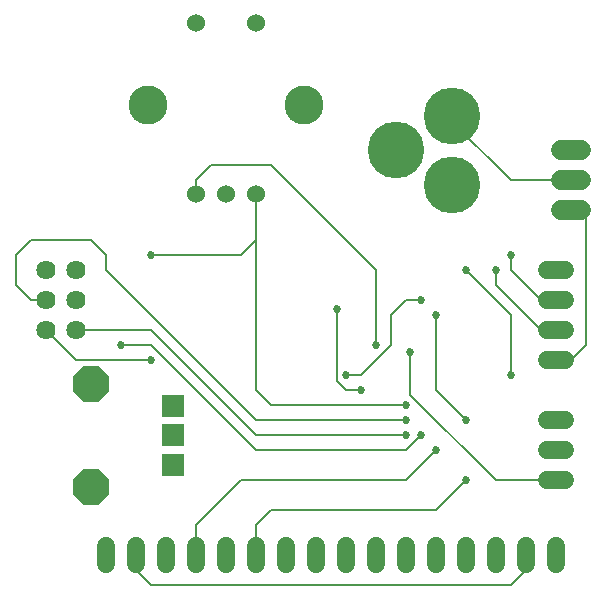
<source format=gbl>
G04 EAGLE Gerber RS-274X export*
G75*
%MOMM*%
%FSLAX34Y34*%
%LPD*%
%INBottom Copper*%
%IPPOS*%
%AMOC8*
5,1,8,0,0,1.08239X$1,22.5*%
G01*
%ADD10C,4.800000*%
%ADD11C,1.524000*%
%ADD12C,1.676400*%
%ADD13C,1.625600*%
%ADD14C,1.524000*%
%ADD15C,3.302000*%
%ADD16R,1.879600X1.879600*%
%ADD17P,3.247170X8X22.500000*%
%ADD18C,0.685800*%
%ADD19C,0.203200*%


D10*
X436600Y381600D03*
X483600Y351600D03*
X483600Y410600D03*
D11*
X563880Y203200D02*
X579120Y203200D01*
X579120Y228600D02*
X563880Y228600D01*
X563880Y254000D02*
X579120Y254000D01*
X579120Y279400D02*
X563880Y279400D01*
D12*
X575818Y381000D02*
X592582Y381000D01*
X592582Y355600D02*
X575818Y355600D01*
X575818Y330200D02*
X592582Y330200D01*
D13*
X139700Y254000D03*
X165100Y254000D03*
X165100Y279400D03*
X139700Y279400D03*
X139700Y228600D03*
X165100Y228600D03*
D11*
X190500Y45720D02*
X190500Y30480D01*
X215900Y30480D02*
X215900Y45720D01*
X241300Y45720D02*
X241300Y30480D01*
X266700Y30480D02*
X266700Y45720D01*
X292100Y45720D02*
X292100Y30480D01*
X317500Y30480D02*
X317500Y45720D01*
X342900Y45720D02*
X342900Y30480D01*
X368300Y30480D02*
X368300Y45720D01*
X393700Y45720D02*
X393700Y30480D01*
X419100Y30480D02*
X419100Y45720D01*
X444500Y45720D02*
X444500Y30480D01*
X469900Y30480D02*
X469900Y45720D01*
X495300Y45720D02*
X495300Y30480D01*
X520700Y30480D02*
X520700Y45720D01*
X546100Y45720D02*
X546100Y30480D01*
X571500Y30480D02*
X571500Y45720D01*
D14*
X292100Y344170D03*
X317500Y488950D03*
D15*
X358140Y419100D03*
X226060Y419100D03*
D14*
X266700Y488950D03*
X317500Y344170D03*
X266700Y344170D03*
D11*
X563880Y101600D02*
X579120Y101600D01*
X579120Y127000D02*
X563880Y127000D01*
X563880Y152400D02*
X579120Y152400D01*
D16*
X247800Y114700D03*
X247800Y139700D03*
X247800Y164700D03*
D17*
X177800Y95700D03*
X177800Y183700D03*
D18*
X457200Y139700D03*
D19*
X444500Y127000D01*
X317500Y127000D01*
X228600Y215900D01*
X203200Y215900D01*
D18*
X203200Y215900D03*
D19*
X533400Y355600D02*
X584200Y355600D01*
X533400Y355600D02*
X483600Y405400D01*
X483600Y410600D01*
D18*
X444500Y152400D03*
D19*
X317500Y152400D01*
X190500Y279400D01*
X190500Y292100D01*
X177800Y304800D01*
X127000Y304800D01*
X127000Y254000D02*
X139700Y254000D01*
X127000Y254000D02*
X114300Y266700D01*
X114300Y292100D01*
X127000Y304800D01*
D18*
X444500Y139700D03*
D19*
X317500Y139700D01*
X228600Y228600D01*
X165100Y228600D01*
X520700Y101600D02*
X571500Y101600D01*
X448500Y173800D02*
X448500Y210141D01*
D18*
X448500Y210141D03*
D19*
X448500Y173800D02*
X520700Y101600D01*
X266700Y344170D02*
X266700Y355600D01*
X279400Y368300D01*
X330200Y368300D01*
X419100Y279400D01*
D18*
X419100Y215900D03*
D19*
X419100Y279400D01*
D18*
X444500Y165100D03*
D19*
X330200Y165100D01*
X317500Y177800D01*
X317500Y304800D01*
X317500Y344170D01*
D18*
X228600Y292100D03*
D19*
X304800Y292100D01*
X317500Y304800D01*
D18*
X406400Y177800D03*
D19*
X393700Y177800D01*
X386080Y185420D01*
X386080Y246380D01*
D18*
X386080Y246380D03*
X520700Y279400D03*
D19*
X520700Y266700D02*
X558800Y228600D01*
X520700Y266700D02*
X520700Y279400D01*
X558800Y228600D02*
X571500Y228600D01*
D18*
X533400Y292100D03*
D19*
X558800Y254000D02*
X571500Y254000D01*
X558800Y254000D02*
X533400Y279400D01*
X533400Y292100D01*
D18*
X469900Y241300D03*
D19*
X469900Y177800D02*
X495300Y152400D01*
D18*
X495300Y152400D03*
X469900Y127000D03*
D19*
X444500Y101600D01*
X304800Y101600D01*
X469900Y177800D02*
X469900Y241300D01*
X304800Y101600D02*
X266700Y63500D01*
X266700Y38100D01*
D18*
X457200Y254000D03*
D19*
X444500Y254000D01*
X431800Y241300D01*
X431800Y215900D01*
X406400Y190500D01*
X393700Y190500D01*
D18*
X393700Y190500D03*
D19*
X317500Y63500D02*
X317500Y38100D01*
X317500Y63500D02*
X330200Y76200D01*
X469900Y76200D01*
X495300Y101600D01*
D18*
X495300Y101600D03*
X533400Y190500D03*
D19*
X533400Y241300D02*
X495300Y279400D01*
D18*
X495300Y279400D03*
D19*
X533400Y241300D02*
X533400Y190500D01*
X571500Y203200D02*
X584200Y203200D01*
X596900Y215900D01*
X596900Y330200D01*
X584200Y330200D01*
X215900Y38100D02*
X215900Y25400D01*
X228600Y12700D01*
X533400Y12700D01*
X546100Y25400D01*
X546100Y38100D01*
D18*
X228600Y203200D03*
D19*
X165100Y203200D02*
X139700Y228600D01*
X165100Y203200D02*
X228600Y203200D01*
M02*

</source>
